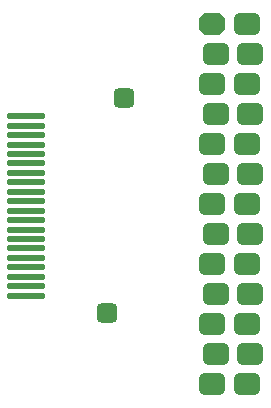
<source format=gbr>
%TF.GenerationSoftware,Altium Limited,Altium Designer,25.5.2 (35)*%
G04 Layer_Color=8388736*
%FSLAX45Y45*%
%MOMM*%
%TF.SameCoordinates,F9D1B48F-3E51-4A7C-A873-13CCE31A6061*%
%TF.FilePolarity,Negative*%
%TF.FileFunction,Soldermask,Top*%
%TF.Part,Single*%
G01*
G75*
%TA.AperFunction,SMDPad,CuDef*%
G04:AMPARAMS|DCode=23|XSize=3.28mm|YSize=0.58mm|CornerRadius=0.165mm|HoleSize=0mm|Usage=FLASHONLY|Rotation=0.000|XOffset=0mm|YOffset=0mm|HoleType=Round|Shape=RoundedRectangle|*
%AMROUNDEDRECTD23*
21,1,3.28000,0.25000,0,0,0.0*
21,1,2.95000,0.58000,0,0,0.0*
1,1,0.33000,1.47500,-0.12500*
1,1,0.33000,-1.47500,-0.12500*
1,1,0.33000,-1.47500,0.12500*
1,1,0.33000,1.47500,0.12500*
%
%ADD23ROUNDEDRECTD23*%
%TA.AperFunction,ComponentPad*%
G04:AMPARAMS|DCode=24|XSize=1.85mm|YSize=2.25mm|CornerRadius=0.5mm|HoleSize=0mm|Usage=FLASHONLY|Rotation=270.000|XOffset=0mm|YOffset=0mm|HoleType=Round|Shape=RoundedRectangle|*
%AMROUNDEDRECTD24*
21,1,1.85000,1.25001,0,0,270.0*
21,1,0.85000,2.25000,0,0,270.0*
1,1,1.00000,-0.62500,-0.42500*
1,1,1.00000,-0.62500,0.42500*
1,1,1.00000,0.62500,0.42500*
1,1,1.00000,0.62500,-0.42500*
%
%ADD24ROUNDEDRECTD24*%
G04:AMPARAMS|DCode=25|XSize=1.85mm|YSize=2.25mm|CornerRadius=0mm|HoleSize=0mm|Usage=FLASHONLY|Rotation=270.000|XOffset=0mm|YOffset=0mm|HoleType=Round|Shape=Octagon|*
%AMOCTAGOND25*
4,1,8,1.12500,0.46250,1.12500,-0.46250,0.66250,-0.92500,-0.66250,-0.92500,-1.12500,-0.46250,-1.12500,0.46250,-0.66250,0.92500,0.66250,0.92500,1.12500,0.46250,0.0*
%
%ADD25OCTAGOND25*%

G04:AMPARAMS|DCode=26|XSize=1.7mm|YSize=1.75mm|CornerRadius=0.4625mm|HoleSize=0mm|Usage=FLASHONLY|Rotation=270.000|XOffset=0mm|YOffset=0mm|HoleType=Round|Shape=RoundedRectangle|*
%AMROUNDEDRECTD26*
21,1,1.70000,0.82500,0,0,270.0*
21,1,0.77500,1.75000,0,0,270.0*
1,1,0.92500,-0.41250,-0.38750*
1,1,0.92500,-0.41250,0.38750*
1,1,0.92500,0.41250,0.38750*
1,1,0.92500,0.41250,-0.38750*
%
%ADD26ROUNDEDRECTD26*%
D23*
X300000Y1140000D02*
D03*
Y1060000D02*
D03*
Y1220000D02*
D03*
Y980000D02*
D03*
Y1380000D02*
D03*
Y1300000D02*
D03*
Y1620000D02*
D03*
Y1460000D02*
D03*
Y1860000D02*
D03*
Y1540000D02*
D03*
Y1780000D02*
D03*
Y1700000D02*
D03*
Y2020000D02*
D03*
Y2260000D02*
D03*
Y2340000D02*
D03*
Y2420000D02*
D03*
Y1940000D02*
D03*
Y2500000D02*
D03*
Y2100000D02*
D03*
Y2180000D02*
D03*
D24*
X2174000Y232000D02*
D03*
X2200000Y486000D02*
D03*
X2174000Y740000D02*
D03*
X2200000Y994000D02*
D03*
X2174000Y1248000D02*
D03*
X2200000Y1502000D02*
D03*
X2174000Y1756000D02*
D03*
X2200000Y2010000D02*
D03*
X2174000Y2264000D02*
D03*
X2200000Y2518000D02*
D03*
X2174000Y2772000D02*
D03*
X2200000Y3026000D02*
D03*
X2174000Y3280000D02*
D03*
X1880000Y232000D02*
D03*
X1906000Y486000D02*
D03*
X1880000Y740000D02*
D03*
X1906000Y994000D02*
D03*
X1880000Y1248000D02*
D03*
X1906000Y1502000D02*
D03*
X1880000Y1756000D02*
D03*
X1906000Y2010000D02*
D03*
X1880000Y2264000D02*
D03*
X1906000Y2518000D02*
D03*
X1880000Y2772000D02*
D03*
X1906000Y3026000D02*
D03*
D25*
X1880000Y3280000D02*
D03*
D26*
X982999Y830000D02*
D03*
X1132999Y2650000D02*
D03*
%TF.MD5,0ba75fb21a314b9a847016f1fe4efc6d*%
M02*

</source>
